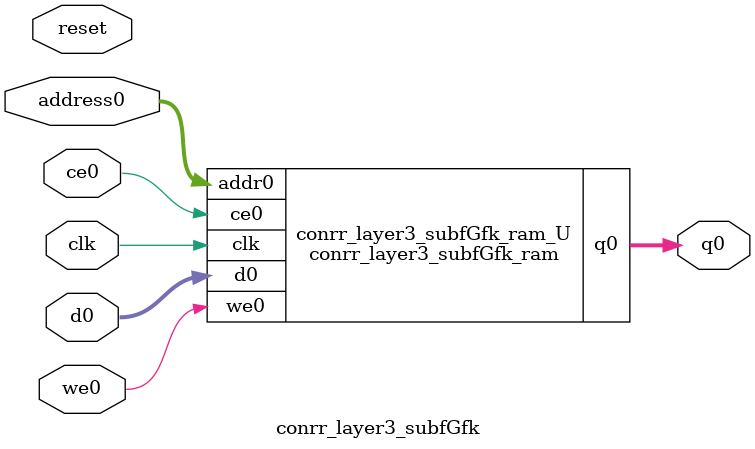
<source format=v>
`timescale 1 ns / 1 ps
module conrr_layer3_subfGfk_ram (addr0, ce0, d0, we0, q0,  clk);

parameter DWIDTH = 12;
parameter AWIDTH = 4;
parameter MEM_SIZE = 9;

input[AWIDTH-1:0] addr0;
input ce0;
input[DWIDTH-1:0] d0;
input we0;
output reg[DWIDTH-1:0] q0;
input clk;

(* ram_style = "distributed" *)reg [DWIDTH-1:0] ram[0:MEM_SIZE-1];




always @(posedge clk)  
begin 
    if (ce0) 
    begin
        if (we0) 
        begin 
            ram[addr0] <= d0; 
        end 
        q0 <= ram[addr0];
    end
end


endmodule

`timescale 1 ns / 1 ps
module conrr_layer3_subfGfk(
    reset,
    clk,
    address0,
    ce0,
    we0,
    d0,
    q0);

parameter DataWidth = 32'd12;
parameter AddressRange = 32'd9;
parameter AddressWidth = 32'd4;
input reset;
input clk;
input[AddressWidth - 1:0] address0;
input ce0;
input we0;
input[DataWidth - 1:0] d0;
output[DataWidth - 1:0] q0;



conrr_layer3_subfGfk_ram conrr_layer3_subfGfk_ram_U(
    .clk( clk ),
    .addr0( address0 ),
    .ce0( ce0 ),
    .we0( we0 ),
    .d0( d0 ),
    .q0( q0 ));

endmodule


</source>
